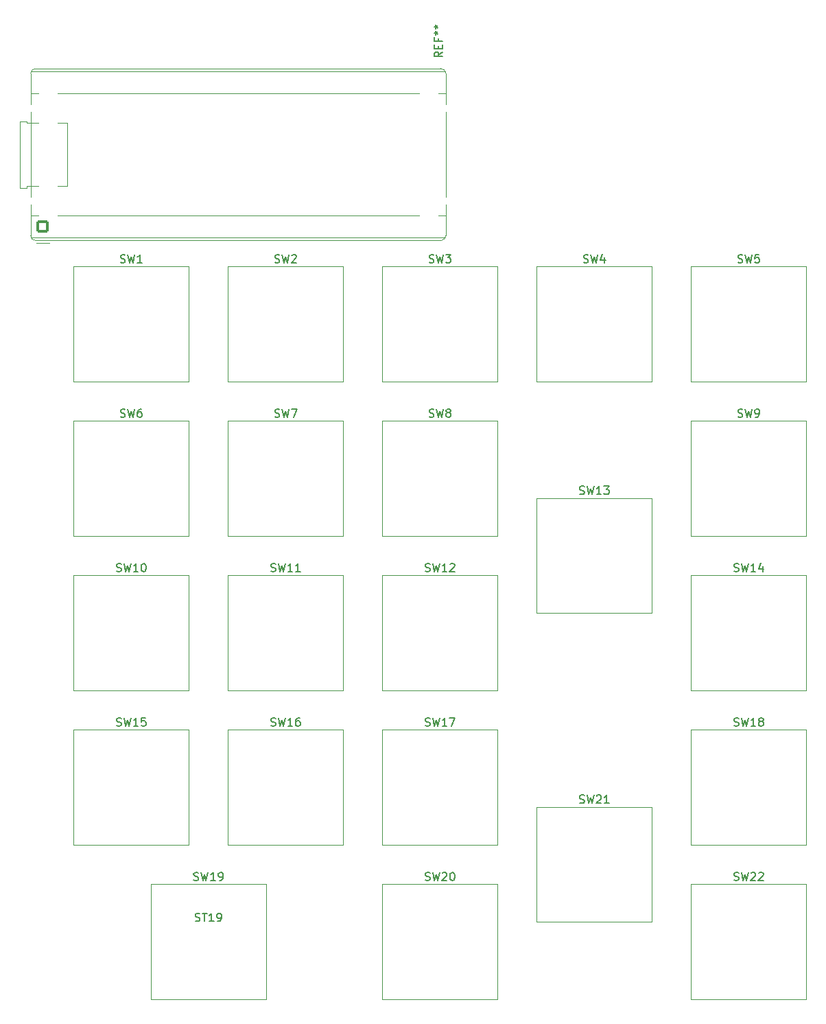
<source format=gto>
%TF.GenerationSoftware,KiCad,Pcbnew,9.0.6*%
%TF.CreationDate,2025-11-16T09:10:10-08:00*%
%TF.ProjectId,MacroPad,4d616372-6f50-4616-942e-6b696361645f,rev?*%
%TF.SameCoordinates,Original*%
%TF.FileFunction,Legend,Top*%
%TF.FilePolarity,Positive*%
%FSLAX46Y46*%
G04 Gerber Fmt 4.6, Leading zero omitted, Abs format (unit mm)*
G04 Created by KiCad (PCBNEW 9.0.6) date 2025-11-16 09:10:10*
%MOMM*%
%LPD*%
G01*
G04 APERTURE LIST*
G04 Aperture macros list*
%AMRoundRect*
0 Rectangle with rounded corners*
0 $1 Rounding radius*
0 $2 $3 $4 $5 $6 $7 $8 $9 X,Y pos of 4 corners*
0 Add a 4 corners polygon primitive as box body*
4,1,4,$2,$3,$4,$5,$6,$7,$8,$9,$2,$3,0*
0 Add four circle primitives for the rounded corners*
1,1,$1+$1,$2,$3*
1,1,$1+$1,$4,$5*
1,1,$1+$1,$6,$7*
1,1,$1+$1,$8,$9*
0 Add four rect primitives between the rounded corners*
20,1,$1+$1,$2,$3,$4,$5,0*
20,1,$1+$1,$4,$5,$6,$7,0*
20,1,$1+$1,$6,$7,$8,$9,0*
20,1,$1+$1,$8,$9,$2,$3,0*%
%AMFreePoly0*
4,1,37,0.000000,0.796148,0.078414,0.796148,0.232228,0.765552,0.377117,0.705537,0.507515,0.618408,0.618408,0.507515,0.705537,0.377117,0.765552,0.232228,0.796148,0.078414,0.796148,-0.078414,0.765552,-0.232228,0.705537,-0.377117,0.618408,-0.507515,0.507515,-0.618408,0.377117,-0.705537,0.232228,-0.765552,0.078414,-0.796148,0.000000,-0.796148,0.000000,-0.800000,-0.600000,-0.800000,
-0.603843,-0.796157,-0.639018,-0.796157,-0.711114,-0.766294,-0.766294,-0.711114,-0.796157,-0.639018,-0.796157,-0.603843,-0.800000,-0.600000,-0.800000,0.600000,-0.796157,0.603843,-0.796157,0.639018,-0.766294,0.711114,-0.711114,0.766294,-0.639018,0.796157,-0.603843,0.796157,-0.600000,0.800000,0.000000,0.800000,0.000000,0.796148,0.000000,0.796148,$1*%
%AMFreePoly1*
4,1,37,0.603843,0.796157,0.639018,0.796157,0.711114,0.766294,0.766294,0.711114,0.796157,0.639018,0.796157,0.603843,0.800000,0.600000,0.800000,-0.600000,0.796157,-0.603843,0.796157,-0.639018,0.766294,-0.711114,0.711114,-0.766294,0.639018,-0.796157,0.603843,-0.796157,0.600000,-0.800000,0.000000,-0.800000,0.000000,-0.796148,-0.078414,-0.796148,-0.232228,-0.765552,-0.377117,-0.705537,
-0.507515,-0.618408,-0.618408,-0.507515,-0.705537,-0.377117,-0.765552,-0.232228,-0.796148,-0.078414,-0.796148,0.078414,-0.765552,0.232228,-0.705537,0.377117,-0.618408,0.507515,-0.507515,0.618408,-0.377117,0.705537,-0.232228,0.765552,-0.078414,0.796148,0.000000,0.796148,0.000000,0.800000,0.600000,0.800000,0.603843,0.796157,0.603843,0.796157,$1*%
G04 Aperture macros list end*
%ADD10C,0.150000*%
%ADD11C,0.120000*%
%ADD12C,1.750000*%
%ADD13C,3.050000*%
%ADD14C,4.000000*%
%ADD15C,3.048000*%
%ADD16C,3.987800*%
%ADD17C,2.200000*%
%ADD18C,1.600000*%
%ADD19FreePoly0,90.000000*%
%ADD20FreePoly1,90.000000*%
%ADD21RoundRect,0.200000X0.600000X-0.600000X0.600000X0.600000X-0.600000X0.600000X-0.600000X-0.600000X0*%
G04 APERTURE END LIST*
D10*
X76585476Y-130807200D02*
X76728333Y-130854819D01*
X76728333Y-130854819D02*
X76966428Y-130854819D01*
X76966428Y-130854819D02*
X77061666Y-130807200D01*
X77061666Y-130807200D02*
X77109285Y-130759580D01*
X77109285Y-130759580D02*
X77156904Y-130664342D01*
X77156904Y-130664342D02*
X77156904Y-130569104D01*
X77156904Y-130569104D02*
X77109285Y-130473866D01*
X77109285Y-130473866D02*
X77061666Y-130426247D01*
X77061666Y-130426247D02*
X76966428Y-130378628D01*
X76966428Y-130378628D02*
X76775952Y-130331009D01*
X76775952Y-130331009D02*
X76680714Y-130283390D01*
X76680714Y-130283390D02*
X76633095Y-130235771D01*
X76633095Y-130235771D02*
X76585476Y-130140533D01*
X76585476Y-130140533D02*
X76585476Y-130045295D01*
X76585476Y-130045295D02*
X76633095Y-129950057D01*
X76633095Y-129950057D02*
X76680714Y-129902438D01*
X76680714Y-129902438D02*
X76775952Y-129854819D01*
X76775952Y-129854819D02*
X77014047Y-129854819D01*
X77014047Y-129854819D02*
X77156904Y-129902438D01*
X77490238Y-129854819D02*
X77728333Y-130854819D01*
X77728333Y-130854819D02*
X77918809Y-130140533D01*
X77918809Y-130140533D02*
X78109285Y-130854819D01*
X78109285Y-130854819D02*
X78347381Y-129854819D01*
X79252142Y-130854819D02*
X78680714Y-130854819D01*
X78966428Y-130854819D02*
X78966428Y-129854819D01*
X78966428Y-129854819D02*
X78871190Y-129997676D01*
X78871190Y-129997676D02*
X78775952Y-130092914D01*
X78775952Y-130092914D02*
X78680714Y-130140533D01*
X80109285Y-129854819D02*
X79918809Y-129854819D01*
X79918809Y-129854819D02*
X79823571Y-129902438D01*
X79823571Y-129902438D02*
X79775952Y-129950057D01*
X79775952Y-129950057D02*
X79680714Y-130092914D01*
X79680714Y-130092914D02*
X79633095Y-130283390D01*
X79633095Y-130283390D02*
X79633095Y-130664342D01*
X79633095Y-130664342D02*
X79680714Y-130759580D01*
X79680714Y-130759580D02*
X79728333Y-130807200D01*
X79728333Y-130807200D02*
X79823571Y-130854819D01*
X79823571Y-130854819D02*
X80014047Y-130854819D01*
X80014047Y-130854819D02*
X80109285Y-130807200D01*
X80109285Y-130807200D02*
X80156904Y-130759580D01*
X80156904Y-130759580D02*
X80204523Y-130664342D01*
X80204523Y-130664342D02*
X80204523Y-130426247D01*
X80204523Y-130426247D02*
X80156904Y-130331009D01*
X80156904Y-130331009D02*
X80109285Y-130283390D01*
X80109285Y-130283390D02*
X80014047Y-130235771D01*
X80014047Y-130235771D02*
X79823571Y-130235771D01*
X79823571Y-130235771D02*
X79728333Y-130283390D01*
X79728333Y-130283390D02*
X79680714Y-130331009D01*
X79680714Y-130331009D02*
X79633095Y-130426247D01*
X67250952Y-154907200D02*
X67393809Y-154954819D01*
X67393809Y-154954819D02*
X67631904Y-154954819D01*
X67631904Y-154954819D02*
X67727142Y-154907200D01*
X67727142Y-154907200D02*
X67774761Y-154859580D01*
X67774761Y-154859580D02*
X67822380Y-154764342D01*
X67822380Y-154764342D02*
X67822380Y-154669104D01*
X67822380Y-154669104D02*
X67774761Y-154573866D01*
X67774761Y-154573866D02*
X67727142Y-154526247D01*
X67727142Y-154526247D02*
X67631904Y-154478628D01*
X67631904Y-154478628D02*
X67441428Y-154431009D01*
X67441428Y-154431009D02*
X67346190Y-154383390D01*
X67346190Y-154383390D02*
X67298571Y-154335771D01*
X67298571Y-154335771D02*
X67250952Y-154240533D01*
X67250952Y-154240533D02*
X67250952Y-154145295D01*
X67250952Y-154145295D02*
X67298571Y-154050057D01*
X67298571Y-154050057D02*
X67346190Y-154002438D01*
X67346190Y-154002438D02*
X67441428Y-153954819D01*
X67441428Y-153954819D02*
X67679523Y-153954819D01*
X67679523Y-153954819D02*
X67822380Y-154002438D01*
X68108095Y-153954819D02*
X68679523Y-153954819D01*
X68393809Y-154954819D02*
X68393809Y-153954819D01*
X69536666Y-154954819D02*
X68965238Y-154954819D01*
X69250952Y-154954819D02*
X69250952Y-153954819D01*
X69250952Y-153954819D02*
X69155714Y-154097676D01*
X69155714Y-154097676D02*
X69060476Y-154192914D01*
X69060476Y-154192914D02*
X68965238Y-154240533D01*
X70012857Y-154954819D02*
X70203333Y-154954819D01*
X70203333Y-154954819D02*
X70298571Y-154907200D01*
X70298571Y-154907200D02*
X70346190Y-154859580D01*
X70346190Y-154859580D02*
X70441428Y-154716723D01*
X70441428Y-154716723D02*
X70489047Y-154526247D01*
X70489047Y-154526247D02*
X70489047Y-154145295D01*
X70489047Y-154145295D02*
X70441428Y-154050057D01*
X70441428Y-154050057D02*
X70393809Y-154002438D01*
X70393809Y-154002438D02*
X70298571Y-153954819D01*
X70298571Y-153954819D02*
X70108095Y-153954819D01*
X70108095Y-153954819D02*
X70012857Y-154002438D01*
X70012857Y-154002438D02*
X69965238Y-154050057D01*
X69965238Y-154050057D02*
X69917619Y-154145295D01*
X69917619Y-154145295D02*
X69917619Y-154383390D01*
X69917619Y-154383390D02*
X69965238Y-154478628D01*
X69965238Y-154478628D02*
X70012857Y-154526247D01*
X70012857Y-154526247D02*
X70108095Y-154573866D01*
X70108095Y-154573866D02*
X70298571Y-154573866D01*
X70298571Y-154573866D02*
X70393809Y-154526247D01*
X70393809Y-154526247D02*
X70441428Y-154478628D01*
X70441428Y-154478628D02*
X70489047Y-154383390D01*
X58011667Y-92707200D02*
X58154524Y-92754819D01*
X58154524Y-92754819D02*
X58392619Y-92754819D01*
X58392619Y-92754819D02*
X58487857Y-92707200D01*
X58487857Y-92707200D02*
X58535476Y-92659580D01*
X58535476Y-92659580D02*
X58583095Y-92564342D01*
X58583095Y-92564342D02*
X58583095Y-92469104D01*
X58583095Y-92469104D02*
X58535476Y-92373866D01*
X58535476Y-92373866D02*
X58487857Y-92326247D01*
X58487857Y-92326247D02*
X58392619Y-92278628D01*
X58392619Y-92278628D02*
X58202143Y-92231009D01*
X58202143Y-92231009D02*
X58106905Y-92183390D01*
X58106905Y-92183390D02*
X58059286Y-92135771D01*
X58059286Y-92135771D02*
X58011667Y-92040533D01*
X58011667Y-92040533D02*
X58011667Y-91945295D01*
X58011667Y-91945295D02*
X58059286Y-91850057D01*
X58059286Y-91850057D02*
X58106905Y-91802438D01*
X58106905Y-91802438D02*
X58202143Y-91754819D01*
X58202143Y-91754819D02*
X58440238Y-91754819D01*
X58440238Y-91754819D02*
X58583095Y-91802438D01*
X58916429Y-91754819D02*
X59154524Y-92754819D01*
X59154524Y-92754819D02*
X59345000Y-92040533D01*
X59345000Y-92040533D02*
X59535476Y-92754819D01*
X59535476Y-92754819D02*
X59773572Y-91754819D01*
X60583095Y-91754819D02*
X60392619Y-91754819D01*
X60392619Y-91754819D02*
X60297381Y-91802438D01*
X60297381Y-91802438D02*
X60249762Y-91850057D01*
X60249762Y-91850057D02*
X60154524Y-91992914D01*
X60154524Y-91992914D02*
X60106905Y-92183390D01*
X60106905Y-92183390D02*
X60106905Y-92564342D01*
X60106905Y-92564342D02*
X60154524Y-92659580D01*
X60154524Y-92659580D02*
X60202143Y-92707200D01*
X60202143Y-92707200D02*
X60297381Y-92754819D01*
X60297381Y-92754819D02*
X60487857Y-92754819D01*
X60487857Y-92754819D02*
X60583095Y-92707200D01*
X60583095Y-92707200D02*
X60630714Y-92659580D01*
X60630714Y-92659580D02*
X60678333Y-92564342D01*
X60678333Y-92564342D02*
X60678333Y-92326247D01*
X60678333Y-92326247D02*
X60630714Y-92231009D01*
X60630714Y-92231009D02*
X60583095Y-92183390D01*
X60583095Y-92183390D02*
X60487857Y-92135771D01*
X60487857Y-92135771D02*
X60297381Y-92135771D01*
X60297381Y-92135771D02*
X60202143Y-92183390D01*
X60202143Y-92183390D02*
X60154524Y-92231009D01*
X60154524Y-92231009D02*
X60106905Y-92326247D01*
X57535476Y-130807200D02*
X57678333Y-130854819D01*
X57678333Y-130854819D02*
X57916428Y-130854819D01*
X57916428Y-130854819D02*
X58011666Y-130807200D01*
X58011666Y-130807200D02*
X58059285Y-130759580D01*
X58059285Y-130759580D02*
X58106904Y-130664342D01*
X58106904Y-130664342D02*
X58106904Y-130569104D01*
X58106904Y-130569104D02*
X58059285Y-130473866D01*
X58059285Y-130473866D02*
X58011666Y-130426247D01*
X58011666Y-130426247D02*
X57916428Y-130378628D01*
X57916428Y-130378628D02*
X57725952Y-130331009D01*
X57725952Y-130331009D02*
X57630714Y-130283390D01*
X57630714Y-130283390D02*
X57583095Y-130235771D01*
X57583095Y-130235771D02*
X57535476Y-130140533D01*
X57535476Y-130140533D02*
X57535476Y-130045295D01*
X57535476Y-130045295D02*
X57583095Y-129950057D01*
X57583095Y-129950057D02*
X57630714Y-129902438D01*
X57630714Y-129902438D02*
X57725952Y-129854819D01*
X57725952Y-129854819D02*
X57964047Y-129854819D01*
X57964047Y-129854819D02*
X58106904Y-129902438D01*
X58440238Y-129854819D02*
X58678333Y-130854819D01*
X58678333Y-130854819D02*
X58868809Y-130140533D01*
X58868809Y-130140533D02*
X59059285Y-130854819D01*
X59059285Y-130854819D02*
X59297381Y-129854819D01*
X60202142Y-130854819D02*
X59630714Y-130854819D01*
X59916428Y-130854819D02*
X59916428Y-129854819D01*
X59916428Y-129854819D02*
X59821190Y-129997676D01*
X59821190Y-129997676D02*
X59725952Y-130092914D01*
X59725952Y-130092914D02*
X59630714Y-130140533D01*
X61106904Y-129854819D02*
X60630714Y-129854819D01*
X60630714Y-129854819D02*
X60583095Y-130331009D01*
X60583095Y-130331009D02*
X60630714Y-130283390D01*
X60630714Y-130283390D02*
X60725952Y-130235771D01*
X60725952Y-130235771D02*
X60964047Y-130235771D01*
X60964047Y-130235771D02*
X61059285Y-130283390D01*
X61059285Y-130283390D02*
X61106904Y-130331009D01*
X61106904Y-130331009D02*
X61154523Y-130426247D01*
X61154523Y-130426247D02*
X61154523Y-130664342D01*
X61154523Y-130664342D02*
X61106904Y-130759580D01*
X61106904Y-130759580D02*
X61059285Y-130807200D01*
X61059285Y-130807200D02*
X60964047Y-130854819D01*
X60964047Y-130854819D02*
X60725952Y-130854819D01*
X60725952Y-130854819D02*
X60630714Y-130807200D01*
X60630714Y-130807200D02*
X60583095Y-130759580D01*
X58011667Y-73657200D02*
X58154524Y-73704819D01*
X58154524Y-73704819D02*
X58392619Y-73704819D01*
X58392619Y-73704819D02*
X58487857Y-73657200D01*
X58487857Y-73657200D02*
X58535476Y-73609580D01*
X58535476Y-73609580D02*
X58583095Y-73514342D01*
X58583095Y-73514342D02*
X58583095Y-73419104D01*
X58583095Y-73419104D02*
X58535476Y-73323866D01*
X58535476Y-73323866D02*
X58487857Y-73276247D01*
X58487857Y-73276247D02*
X58392619Y-73228628D01*
X58392619Y-73228628D02*
X58202143Y-73181009D01*
X58202143Y-73181009D02*
X58106905Y-73133390D01*
X58106905Y-73133390D02*
X58059286Y-73085771D01*
X58059286Y-73085771D02*
X58011667Y-72990533D01*
X58011667Y-72990533D02*
X58011667Y-72895295D01*
X58011667Y-72895295D02*
X58059286Y-72800057D01*
X58059286Y-72800057D02*
X58106905Y-72752438D01*
X58106905Y-72752438D02*
X58202143Y-72704819D01*
X58202143Y-72704819D02*
X58440238Y-72704819D01*
X58440238Y-72704819D02*
X58583095Y-72752438D01*
X58916429Y-72704819D02*
X59154524Y-73704819D01*
X59154524Y-73704819D02*
X59345000Y-72990533D01*
X59345000Y-72990533D02*
X59535476Y-73704819D01*
X59535476Y-73704819D02*
X59773572Y-72704819D01*
X60678333Y-73704819D02*
X60106905Y-73704819D01*
X60392619Y-73704819D02*
X60392619Y-72704819D01*
X60392619Y-72704819D02*
X60297381Y-72847676D01*
X60297381Y-72847676D02*
X60202143Y-72942914D01*
X60202143Y-72942914D02*
X60106905Y-72990533D01*
X95635476Y-111757200D02*
X95778333Y-111804819D01*
X95778333Y-111804819D02*
X96016428Y-111804819D01*
X96016428Y-111804819D02*
X96111666Y-111757200D01*
X96111666Y-111757200D02*
X96159285Y-111709580D01*
X96159285Y-111709580D02*
X96206904Y-111614342D01*
X96206904Y-111614342D02*
X96206904Y-111519104D01*
X96206904Y-111519104D02*
X96159285Y-111423866D01*
X96159285Y-111423866D02*
X96111666Y-111376247D01*
X96111666Y-111376247D02*
X96016428Y-111328628D01*
X96016428Y-111328628D02*
X95825952Y-111281009D01*
X95825952Y-111281009D02*
X95730714Y-111233390D01*
X95730714Y-111233390D02*
X95683095Y-111185771D01*
X95683095Y-111185771D02*
X95635476Y-111090533D01*
X95635476Y-111090533D02*
X95635476Y-110995295D01*
X95635476Y-110995295D02*
X95683095Y-110900057D01*
X95683095Y-110900057D02*
X95730714Y-110852438D01*
X95730714Y-110852438D02*
X95825952Y-110804819D01*
X95825952Y-110804819D02*
X96064047Y-110804819D01*
X96064047Y-110804819D02*
X96206904Y-110852438D01*
X96540238Y-110804819D02*
X96778333Y-111804819D01*
X96778333Y-111804819D02*
X96968809Y-111090533D01*
X96968809Y-111090533D02*
X97159285Y-111804819D01*
X97159285Y-111804819D02*
X97397381Y-110804819D01*
X98302142Y-111804819D02*
X97730714Y-111804819D01*
X98016428Y-111804819D02*
X98016428Y-110804819D01*
X98016428Y-110804819D02*
X97921190Y-110947676D01*
X97921190Y-110947676D02*
X97825952Y-111042914D01*
X97825952Y-111042914D02*
X97730714Y-111090533D01*
X98683095Y-110900057D02*
X98730714Y-110852438D01*
X98730714Y-110852438D02*
X98825952Y-110804819D01*
X98825952Y-110804819D02*
X99064047Y-110804819D01*
X99064047Y-110804819D02*
X99159285Y-110852438D01*
X99159285Y-110852438D02*
X99206904Y-110900057D01*
X99206904Y-110900057D02*
X99254523Y-110995295D01*
X99254523Y-110995295D02*
X99254523Y-111090533D01*
X99254523Y-111090533D02*
X99206904Y-111233390D01*
X99206904Y-111233390D02*
X98635476Y-111804819D01*
X98635476Y-111804819D02*
X99254523Y-111804819D01*
X114685476Y-140332200D02*
X114828333Y-140379819D01*
X114828333Y-140379819D02*
X115066428Y-140379819D01*
X115066428Y-140379819D02*
X115161666Y-140332200D01*
X115161666Y-140332200D02*
X115209285Y-140284580D01*
X115209285Y-140284580D02*
X115256904Y-140189342D01*
X115256904Y-140189342D02*
X115256904Y-140094104D01*
X115256904Y-140094104D02*
X115209285Y-139998866D01*
X115209285Y-139998866D02*
X115161666Y-139951247D01*
X115161666Y-139951247D02*
X115066428Y-139903628D01*
X115066428Y-139903628D02*
X114875952Y-139856009D01*
X114875952Y-139856009D02*
X114780714Y-139808390D01*
X114780714Y-139808390D02*
X114733095Y-139760771D01*
X114733095Y-139760771D02*
X114685476Y-139665533D01*
X114685476Y-139665533D02*
X114685476Y-139570295D01*
X114685476Y-139570295D02*
X114733095Y-139475057D01*
X114733095Y-139475057D02*
X114780714Y-139427438D01*
X114780714Y-139427438D02*
X114875952Y-139379819D01*
X114875952Y-139379819D02*
X115114047Y-139379819D01*
X115114047Y-139379819D02*
X115256904Y-139427438D01*
X115590238Y-139379819D02*
X115828333Y-140379819D01*
X115828333Y-140379819D02*
X116018809Y-139665533D01*
X116018809Y-139665533D02*
X116209285Y-140379819D01*
X116209285Y-140379819D02*
X116447381Y-139379819D01*
X116780714Y-139475057D02*
X116828333Y-139427438D01*
X116828333Y-139427438D02*
X116923571Y-139379819D01*
X116923571Y-139379819D02*
X117161666Y-139379819D01*
X117161666Y-139379819D02*
X117256904Y-139427438D01*
X117256904Y-139427438D02*
X117304523Y-139475057D01*
X117304523Y-139475057D02*
X117352142Y-139570295D01*
X117352142Y-139570295D02*
X117352142Y-139665533D01*
X117352142Y-139665533D02*
X117304523Y-139808390D01*
X117304523Y-139808390D02*
X116733095Y-140379819D01*
X116733095Y-140379819D02*
X117352142Y-140379819D01*
X118304523Y-140379819D02*
X117733095Y-140379819D01*
X118018809Y-140379819D02*
X118018809Y-139379819D01*
X118018809Y-139379819D02*
X117923571Y-139522676D01*
X117923571Y-139522676D02*
X117828333Y-139617914D01*
X117828333Y-139617914D02*
X117733095Y-139665533D01*
X133735476Y-130807200D02*
X133878333Y-130854819D01*
X133878333Y-130854819D02*
X134116428Y-130854819D01*
X134116428Y-130854819D02*
X134211666Y-130807200D01*
X134211666Y-130807200D02*
X134259285Y-130759580D01*
X134259285Y-130759580D02*
X134306904Y-130664342D01*
X134306904Y-130664342D02*
X134306904Y-130569104D01*
X134306904Y-130569104D02*
X134259285Y-130473866D01*
X134259285Y-130473866D02*
X134211666Y-130426247D01*
X134211666Y-130426247D02*
X134116428Y-130378628D01*
X134116428Y-130378628D02*
X133925952Y-130331009D01*
X133925952Y-130331009D02*
X133830714Y-130283390D01*
X133830714Y-130283390D02*
X133783095Y-130235771D01*
X133783095Y-130235771D02*
X133735476Y-130140533D01*
X133735476Y-130140533D02*
X133735476Y-130045295D01*
X133735476Y-130045295D02*
X133783095Y-129950057D01*
X133783095Y-129950057D02*
X133830714Y-129902438D01*
X133830714Y-129902438D02*
X133925952Y-129854819D01*
X133925952Y-129854819D02*
X134164047Y-129854819D01*
X134164047Y-129854819D02*
X134306904Y-129902438D01*
X134640238Y-129854819D02*
X134878333Y-130854819D01*
X134878333Y-130854819D02*
X135068809Y-130140533D01*
X135068809Y-130140533D02*
X135259285Y-130854819D01*
X135259285Y-130854819D02*
X135497381Y-129854819D01*
X136402142Y-130854819D02*
X135830714Y-130854819D01*
X136116428Y-130854819D02*
X136116428Y-129854819D01*
X136116428Y-129854819D02*
X136021190Y-129997676D01*
X136021190Y-129997676D02*
X135925952Y-130092914D01*
X135925952Y-130092914D02*
X135830714Y-130140533D01*
X136973571Y-130283390D02*
X136878333Y-130235771D01*
X136878333Y-130235771D02*
X136830714Y-130188152D01*
X136830714Y-130188152D02*
X136783095Y-130092914D01*
X136783095Y-130092914D02*
X136783095Y-130045295D01*
X136783095Y-130045295D02*
X136830714Y-129950057D01*
X136830714Y-129950057D02*
X136878333Y-129902438D01*
X136878333Y-129902438D02*
X136973571Y-129854819D01*
X136973571Y-129854819D02*
X137164047Y-129854819D01*
X137164047Y-129854819D02*
X137259285Y-129902438D01*
X137259285Y-129902438D02*
X137306904Y-129950057D01*
X137306904Y-129950057D02*
X137354523Y-130045295D01*
X137354523Y-130045295D02*
X137354523Y-130092914D01*
X137354523Y-130092914D02*
X137306904Y-130188152D01*
X137306904Y-130188152D02*
X137259285Y-130235771D01*
X137259285Y-130235771D02*
X137164047Y-130283390D01*
X137164047Y-130283390D02*
X136973571Y-130283390D01*
X136973571Y-130283390D02*
X136878333Y-130331009D01*
X136878333Y-130331009D02*
X136830714Y-130378628D01*
X136830714Y-130378628D02*
X136783095Y-130473866D01*
X136783095Y-130473866D02*
X136783095Y-130664342D01*
X136783095Y-130664342D02*
X136830714Y-130759580D01*
X136830714Y-130759580D02*
X136878333Y-130807200D01*
X136878333Y-130807200D02*
X136973571Y-130854819D01*
X136973571Y-130854819D02*
X137164047Y-130854819D01*
X137164047Y-130854819D02*
X137259285Y-130807200D01*
X137259285Y-130807200D02*
X137306904Y-130759580D01*
X137306904Y-130759580D02*
X137354523Y-130664342D01*
X137354523Y-130664342D02*
X137354523Y-130473866D01*
X137354523Y-130473866D02*
X137306904Y-130378628D01*
X137306904Y-130378628D02*
X137259285Y-130331009D01*
X137259285Y-130331009D02*
X137164047Y-130283390D01*
X77061667Y-73657200D02*
X77204524Y-73704819D01*
X77204524Y-73704819D02*
X77442619Y-73704819D01*
X77442619Y-73704819D02*
X77537857Y-73657200D01*
X77537857Y-73657200D02*
X77585476Y-73609580D01*
X77585476Y-73609580D02*
X77633095Y-73514342D01*
X77633095Y-73514342D02*
X77633095Y-73419104D01*
X77633095Y-73419104D02*
X77585476Y-73323866D01*
X77585476Y-73323866D02*
X77537857Y-73276247D01*
X77537857Y-73276247D02*
X77442619Y-73228628D01*
X77442619Y-73228628D02*
X77252143Y-73181009D01*
X77252143Y-73181009D02*
X77156905Y-73133390D01*
X77156905Y-73133390D02*
X77109286Y-73085771D01*
X77109286Y-73085771D02*
X77061667Y-72990533D01*
X77061667Y-72990533D02*
X77061667Y-72895295D01*
X77061667Y-72895295D02*
X77109286Y-72800057D01*
X77109286Y-72800057D02*
X77156905Y-72752438D01*
X77156905Y-72752438D02*
X77252143Y-72704819D01*
X77252143Y-72704819D02*
X77490238Y-72704819D01*
X77490238Y-72704819D02*
X77633095Y-72752438D01*
X77966429Y-72704819D02*
X78204524Y-73704819D01*
X78204524Y-73704819D02*
X78395000Y-72990533D01*
X78395000Y-72990533D02*
X78585476Y-73704819D01*
X78585476Y-73704819D02*
X78823572Y-72704819D01*
X79156905Y-72800057D02*
X79204524Y-72752438D01*
X79204524Y-72752438D02*
X79299762Y-72704819D01*
X79299762Y-72704819D02*
X79537857Y-72704819D01*
X79537857Y-72704819D02*
X79633095Y-72752438D01*
X79633095Y-72752438D02*
X79680714Y-72800057D01*
X79680714Y-72800057D02*
X79728333Y-72895295D01*
X79728333Y-72895295D02*
X79728333Y-72990533D01*
X79728333Y-72990533D02*
X79680714Y-73133390D01*
X79680714Y-73133390D02*
X79109286Y-73704819D01*
X79109286Y-73704819D02*
X79728333Y-73704819D01*
X67060476Y-149857200D02*
X67203333Y-149904819D01*
X67203333Y-149904819D02*
X67441428Y-149904819D01*
X67441428Y-149904819D02*
X67536666Y-149857200D01*
X67536666Y-149857200D02*
X67584285Y-149809580D01*
X67584285Y-149809580D02*
X67631904Y-149714342D01*
X67631904Y-149714342D02*
X67631904Y-149619104D01*
X67631904Y-149619104D02*
X67584285Y-149523866D01*
X67584285Y-149523866D02*
X67536666Y-149476247D01*
X67536666Y-149476247D02*
X67441428Y-149428628D01*
X67441428Y-149428628D02*
X67250952Y-149381009D01*
X67250952Y-149381009D02*
X67155714Y-149333390D01*
X67155714Y-149333390D02*
X67108095Y-149285771D01*
X67108095Y-149285771D02*
X67060476Y-149190533D01*
X67060476Y-149190533D02*
X67060476Y-149095295D01*
X67060476Y-149095295D02*
X67108095Y-149000057D01*
X67108095Y-149000057D02*
X67155714Y-148952438D01*
X67155714Y-148952438D02*
X67250952Y-148904819D01*
X67250952Y-148904819D02*
X67489047Y-148904819D01*
X67489047Y-148904819D02*
X67631904Y-148952438D01*
X67965238Y-148904819D02*
X68203333Y-149904819D01*
X68203333Y-149904819D02*
X68393809Y-149190533D01*
X68393809Y-149190533D02*
X68584285Y-149904819D01*
X68584285Y-149904819D02*
X68822381Y-148904819D01*
X69727142Y-149904819D02*
X69155714Y-149904819D01*
X69441428Y-149904819D02*
X69441428Y-148904819D01*
X69441428Y-148904819D02*
X69346190Y-149047676D01*
X69346190Y-149047676D02*
X69250952Y-149142914D01*
X69250952Y-149142914D02*
X69155714Y-149190533D01*
X70203333Y-149904819D02*
X70393809Y-149904819D01*
X70393809Y-149904819D02*
X70489047Y-149857200D01*
X70489047Y-149857200D02*
X70536666Y-149809580D01*
X70536666Y-149809580D02*
X70631904Y-149666723D01*
X70631904Y-149666723D02*
X70679523Y-149476247D01*
X70679523Y-149476247D02*
X70679523Y-149095295D01*
X70679523Y-149095295D02*
X70631904Y-149000057D01*
X70631904Y-149000057D02*
X70584285Y-148952438D01*
X70584285Y-148952438D02*
X70489047Y-148904819D01*
X70489047Y-148904819D02*
X70298571Y-148904819D01*
X70298571Y-148904819D02*
X70203333Y-148952438D01*
X70203333Y-148952438D02*
X70155714Y-149000057D01*
X70155714Y-149000057D02*
X70108095Y-149095295D01*
X70108095Y-149095295D02*
X70108095Y-149333390D01*
X70108095Y-149333390D02*
X70155714Y-149428628D01*
X70155714Y-149428628D02*
X70203333Y-149476247D01*
X70203333Y-149476247D02*
X70298571Y-149523866D01*
X70298571Y-149523866D02*
X70489047Y-149523866D01*
X70489047Y-149523866D02*
X70584285Y-149476247D01*
X70584285Y-149476247D02*
X70631904Y-149428628D01*
X70631904Y-149428628D02*
X70679523Y-149333390D01*
X95635476Y-130807200D02*
X95778333Y-130854819D01*
X95778333Y-130854819D02*
X96016428Y-130854819D01*
X96016428Y-130854819D02*
X96111666Y-130807200D01*
X96111666Y-130807200D02*
X96159285Y-130759580D01*
X96159285Y-130759580D02*
X96206904Y-130664342D01*
X96206904Y-130664342D02*
X96206904Y-130569104D01*
X96206904Y-130569104D02*
X96159285Y-130473866D01*
X96159285Y-130473866D02*
X96111666Y-130426247D01*
X96111666Y-130426247D02*
X96016428Y-130378628D01*
X96016428Y-130378628D02*
X95825952Y-130331009D01*
X95825952Y-130331009D02*
X95730714Y-130283390D01*
X95730714Y-130283390D02*
X95683095Y-130235771D01*
X95683095Y-130235771D02*
X95635476Y-130140533D01*
X95635476Y-130140533D02*
X95635476Y-130045295D01*
X95635476Y-130045295D02*
X95683095Y-129950057D01*
X95683095Y-129950057D02*
X95730714Y-129902438D01*
X95730714Y-129902438D02*
X95825952Y-129854819D01*
X95825952Y-129854819D02*
X96064047Y-129854819D01*
X96064047Y-129854819D02*
X96206904Y-129902438D01*
X96540238Y-129854819D02*
X96778333Y-130854819D01*
X96778333Y-130854819D02*
X96968809Y-130140533D01*
X96968809Y-130140533D02*
X97159285Y-130854819D01*
X97159285Y-130854819D02*
X97397381Y-129854819D01*
X98302142Y-130854819D02*
X97730714Y-130854819D01*
X98016428Y-130854819D02*
X98016428Y-129854819D01*
X98016428Y-129854819D02*
X97921190Y-129997676D01*
X97921190Y-129997676D02*
X97825952Y-130092914D01*
X97825952Y-130092914D02*
X97730714Y-130140533D01*
X98635476Y-129854819D02*
X99302142Y-129854819D01*
X99302142Y-129854819D02*
X98873571Y-130854819D01*
X134211667Y-73657200D02*
X134354524Y-73704819D01*
X134354524Y-73704819D02*
X134592619Y-73704819D01*
X134592619Y-73704819D02*
X134687857Y-73657200D01*
X134687857Y-73657200D02*
X134735476Y-73609580D01*
X134735476Y-73609580D02*
X134783095Y-73514342D01*
X134783095Y-73514342D02*
X134783095Y-73419104D01*
X134783095Y-73419104D02*
X134735476Y-73323866D01*
X134735476Y-73323866D02*
X134687857Y-73276247D01*
X134687857Y-73276247D02*
X134592619Y-73228628D01*
X134592619Y-73228628D02*
X134402143Y-73181009D01*
X134402143Y-73181009D02*
X134306905Y-73133390D01*
X134306905Y-73133390D02*
X134259286Y-73085771D01*
X134259286Y-73085771D02*
X134211667Y-72990533D01*
X134211667Y-72990533D02*
X134211667Y-72895295D01*
X134211667Y-72895295D02*
X134259286Y-72800057D01*
X134259286Y-72800057D02*
X134306905Y-72752438D01*
X134306905Y-72752438D02*
X134402143Y-72704819D01*
X134402143Y-72704819D02*
X134640238Y-72704819D01*
X134640238Y-72704819D02*
X134783095Y-72752438D01*
X135116429Y-72704819D02*
X135354524Y-73704819D01*
X135354524Y-73704819D02*
X135545000Y-72990533D01*
X135545000Y-72990533D02*
X135735476Y-73704819D01*
X135735476Y-73704819D02*
X135973572Y-72704819D01*
X136830714Y-72704819D02*
X136354524Y-72704819D01*
X136354524Y-72704819D02*
X136306905Y-73181009D01*
X136306905Y-73181009D02*
X136354524Y-73133390D01*
X136354524Y-73133390D02*
X136449762Y-73085771D01*
X136449762Y-73085771D02*
X136687857Y-73085771D01*
X136687857Y-73085771D02*
X136783095Y-73133390D01*
X136783095Y-73133390D02*
X136830714Y-73181009D01*
X136830714Y-73181009D02*
X136878333Y-73276247D01*
X136878333Y-73276247D02*
X136878333Y-73514342D01*
X136878333Y-73514342D02*
X136830714Y-73609580D01*
X136830714Y-73609580D02*
X136783095Y-73657200D01*
X136783095Y-73657200D02*
X136687857Y-73704819D01*
X136687857Y-73704819D02*
X136449762Y-73704819D01*
X136449762Y-73704819D02*
X136354524Y-73657200D01*
X136354524Y-73657200D02*
X136306905Y-73609580D01*
X76585476Y-111757200D02*
X76728333Y-111804819D01*
X76728333Y-111804819D02*
X76966428Y-111804819D01*
X76966428Y-111804819D02*
X77061666Y-111757200D01*
X77061666Y-111757200D02*
X77109285Y-111709580D01*
X77109285Y-111709580D02*
X77156904Y-111614342D01*
X77156904Y-111614342D02*
X77156904Y-111519104D01*
X77156904Y-111519104D02*
X77109285Y-111423866D01*
X77109285Y-111423866D02*
X77061666Y-111376247D01*
X77061666Y-111376247D02*
X76966428Y-111328628D01*
X76966428Y-111328628D02*
X76775952Y-111281009D01*
X76775952Y-111281009D02*
X76680714Y-111233390D01*
X76680714Y-111233390D02*
X76633095Y-111185771D01*
X76633095Y-111185771D02*
X76585476Y-111090533D01*
X76585476Y-111090533D02*
X76585476Y-110995295D01*
X76585476Y-110995295D02*
X76633095Y-110900057D01*
X76633095Y-110900057D02*
X76680714Y-110852438D01*
X76680714Y-110852438D02*
X76775952Y-110804819D01*
X76775952Y-110804819D02*
X77014047Y-110804819D01*
X77014047Y-110804819D02*
X77156904Y-110852438D01*
X77490238Y-110804819D02*
X77728333Y-111804819D01*
X77728333Y-111804819D02*
X77918809Y-111090533D01*
X77918809Y-111090533D02*
X78109285Y-111804819D01*
X78109285Y-111804819D02*
X78347381Y-110804819D01*
X79252142Y-111804819D02*
X78680714Y-111804819D01*
X78966428Y-111804819D02*
X78966428Y-110804819D01*
X78966428Y-110804819D02*
X78871190Y-110947676D01*
X78871190Y-110947676D02*
X78775952Y-111042914D01*
X78775952Y-111042914D02*
X78680714Y-111090533D01*
X80204523Y-111804819D02*
X79633095Y-111804819D01*
X79918809Y-111804819D02*
X79918809Y-110804819D01*
X79918809Y-110804819D02*
X79823571Y-110947676D01*
X79823571Y-110947676D02*
X79728333Y-111042914D01*
X79728333Y-111042914D02*
X79633095Y-111090533D01*
X77061667Y-92707200D02*
X77204524Y-92754819D01*
X77204524Y-92754819D02*
X77442619Y-92754819D01*
X77442619Y-92754819D02*
X77537857Y-92707200D01*
X77537857Y-92707200D02*
X77585476Y-92659580D01*
X77585476Y-92659580D02*
X77633095Y-92564342D01*
X77633095Y-92564342D02*
X77633095Y-92469104D01*
X77633095Y-92469104D02*
X77585476Y-92373866D01*
X77585476Y-92373866D02*
X77537857Y-92326247D01*
X77537857Y-92326247D02*
X77442619Y-92278628D01*
X77442619Y-92278628D02*
X77252143Y-92231009D01*
X77252143Y-92231009D02*
X77156905Y-92183390D01*
X77156905Y-92183390D02*
X77109286Y-92135771D01*
X77109286Y-92135771D02*
X77061667Y-92040533D01*
X77061667Y-92040533D02*
X77061667Y-91945295D01*
X77061667Y-91945295D02*
X77109286Y-91850057D01*
X77109286Y-91850057D02*
X77156905Y-91802438D01*
X77156905Y-91802438D02*
X77252143Y-91754819D01*
X77252143Y-91754819D02*
X77490238Y-91754819D01*
X77490238Y-91754819D02*
X77633095Y-91802438D01*
X77966429Y-91754819D02*
X78204524Y-92754819D01*
X78204524Y-92754819D02*
X78395000Y-92040533D01*
X78395000Y-92040533D02*
X78585476Y-92754819D01*
X78585476Y-92754819D02*
X78823572Y-91754819D01*
X79109286Y-91754819D02*
X79775952Y-91754819D01*
X79775952Y-91754819D02*
X79347381Y-92754819D01*
X97769819Y-47704292D02*
X97293628Y-48037625D01*
X97769819Y-48275720D02*
X96769819Y-48275720D01*
X96769819Y-48275720D02*
X96769819Y-47894768D01*
X96769819Y-47894768D02*
X96817438Y-47799530D01*
X96817438Y-47799530D02*
X96865057Y-47751911D01*
X96865057Y-47751911D02*
X96960295Y-47704292D01*
X96960295Y-47704292D02*
X97103152Y-47704292D01*
X97103152Y-47704292D02*
X97198390Y-47751911D01*
X97198390Y-47751911D02*
X97246009Y-47799530D01*
X97246009Y-47799530D02*
X97293628Y-47894768D01*
X97293628Y-47894768D02*
X97293628Y-48275720D01*
X97246009Y-47275720D02*
X97246009Y-46942387D01*
X97769819Y-46799530D02*
X97769819Y-47275720D01*
X97769819Y-47275720D02*
X96769819Y-47275720D01*
X96769819Y-47275720D02*
X96769819Y-46799530D01*
X97246009Y-46037625D02*
X97246009Y-46370958D01*
X97769819Y-46370958D02*
X96769819Y-46370958D01*
X96769819Y-46370958D02*
X96769819Y-45894768D01*
X96769819Y-45370958D02*
X97007914Y-45370958D01*
X96912676Y-45609053D02*
X97007914Y-45370958D01*
X97007914Y-45370958D02*
X96912676Y-45132863D01*
X97198390Y-45513815D02*
X97007914Y-45370958D01*
X97007914Y-45370958D02*
X97198390Y-45228101D01*
X96769819Y-44609053D02*
X97007914Y-44609053D01*
X96912676Y-44847148D02*
X97007914Y-44609053D01*
X97007914Y-44609053D02*
X96912676Y-44370958D01*
X97198390Y-44751910D02*
X97007914Y-44609053D01*
X97007914Y-44609053D02*
X97198390Y-44466196D01*
X115161667Y-73657200D02*
X115304524Y-73704819D01*
X115304524Y-73704819D02*
X115542619Y-73704819D01*
X115542619Y-73704819D02*
X115637857Y-73657200D01*
X115637857Y-73657200D02*
X115685476Y-73609580D01*
X115685476Y-73609580D02*
X115733095Y-73514342D01*
X115733095Y-73514342D02*
X115733095Y-73419104D01*
X115733095Y-73419104D02*
X115685476Y-73323866D01*
X115685476Y-73323866D02*
X115637857Y-73276247D01*
X115637857Y-73276247D02*
X115542619Y-73228628D01*
X115542619Y-73228628D02*
X115352143Y-73181009D01*
X115352143Y-73181009D02*
X115256905Y-73133390D01*
X115256905Y-73133390D02*
X115209286Y-73085771D01*
X115209286Y-73085771D02*
X115161667Y-72990533D01*
X115161667Y-72990533D02*
X115161667Y-72895295D01*
X115161667Y-72895295D02*
X115209286Y-72800057D01*
X115209286Y-72800057D02*
X115256905Y-72752438D01*
X115256905Y-72752438D02*
X115352143Y-72704819D01*
X115352143Y-72704819D02*
X115590238Y-72704819D01*
X115590238Y-72704819D02*
X115733095Y-72752438D01*
X116066429Y-72704819D02*
X116304524Y-73704819D01*
X116304524Y-73704819D02*
X116495000Y-72990533D01*
X116495000Y-72990533D02*
X116685476Y-73704819D01*
X116685476Y-73704819D02*
X116923572Y-72704819D01*
X117733095Y-73038152D02*
X117733095Y-73704819D01*
X117495000Y-72657200D02*
X117256905Y-73371485D01*
X117256905Y-73371485D02*
X117875952Y-73371485D01*
X57535476Y-111757200D02*
X57678333Y-111804819D01*
X57678333Y-111804819D02*
X57916428Y-111804819D01*
X57916428Y-111804819D02*
X58011666Y-111757200D01*
X58011666Y-111757200D02*
X58059285Y-111709580D01*
X58059285Y-111709580D02*
X58106904Y-111614342D01*
X58106904Y-111614342D02*
X58106904Y-111519104D01*
X58106904Y-111519104D02*
X58059285Y-111423866D01*
X58059285Y-111423866D02*
X58011666Y-111376247D01*
X58011666Y-111376247D02*
X57916428Y-111328628D01*
X57916428Y-111328628D02*
X57725952Y-111281009D01*
X57725952Y-111281009D02*
X57630714Y-111233390D01*
X57630714Y-111233390D02*
X57583095Y-111185771D01*
X57583095Y-111185771D02*
X57535476Y-111090533D01*
X57535476Y-111090533D02*
X57535476Y-110995295D01*
X57535476Y-110995295D02*
X57583095Y-110900057D01*
X57583095Y-110900057D02*
X57630714Y-110852438D01*
X57630714Y-110852438D02*
X57725952Y-110804819D01*
X57725952Y-110804819D02*
X57964047Y-110804819D01*
X57964047Y-110804819D02*
X58106904Y-110852438D01*
X58440238Y-110804819D02*
X58678333Y-111804819D01*
X58678333Y-111804819D02*
X58868809Y-111090533D01*
X58868809Y-111090533D02*
X59059285Y-111804819D01*
X59059285Y-111804819D02*
X59297381Y-110804819D01*
X60202142Y-111804819D02*
X59630714Y-111804819D01*
X59916428Y-111804819D02*
X59916428Y-110804819D01*
X59916428Y-110804819D02*
X59821190Y-110947676D01*
X59821190Y-110947676D02*
X59725952Y-111042914D01*
X59725952Y-111042914D02*
X59630714Y-111090533D01*
X60821190Y-110804819D02*
X60916428Y-110804819D01*
X60916428Y-110804819D02*
X61011666Y-110852438D01*
X61011666Y-110852438D02*
X61059285Y-110900057D01*
X61059285Y-110900057D02*
X61106904Y-110995295D01*
X61106904Y-110995295D02*
X61154523Y-111185771D01*
X61154523Y-111185771D02*
X61154523Y-111423866D01*
X61154523Y-111423866D02*
X61106904Y-111614342D01*
X61106904Y-111614342D02*
X61059285Y-111709580D01*
X61059285Y-111709580D02*
X61011666Y-111757200D01*
X61011666Y-111757200D02*
X60916428Y-111804819D01*
X60916428Y-111804819D02*
X60821190Y-111804819D01*
X60821190Y-111804819D02*
X60725952Y-111757200D01*
X60725952Y-111757200D02*
X60678333Y-111709580D01*
X60678333Y-111709580D02*
X60630714Y-111614342D01*
X60630714Y-111614342D02*
X60583095Y-111423866D01*
X60583095Y-111423866D02*
X60583095Y-111185771D01*
X60583095Y-111185771D02*
X60630714Y-110995295D01*
X60630714Y-110995295D02*
X60678333Y-110900057D01*
X60678333Y-110900057D02*
X60725952Y-110852438D01*
X60725952Y-110852438D02*
X60821190Y-110804819D01*
X133735476Y-111757200D02*
X133878333Y-111804819D01*
X133878333Y-111804819D02*
X134116428Y-111804819D01*
X134116428Y-111804819D02*
X134211666Y-111757200D01*
X134211666Y-111757200D02*
X134259285Y-111709580D01*
X134259285Y-111709580D02*
X134306904Y-111614342D01*
X134306904Y-111614342D02*
X134306904Y-111519104D01*
X134306904Y-111519104D02*
X134259285Y-111423866D01*
X134259285Y-111423866D02*
X134211666Y-111376247D01*
X134211666Y-111376247D02*
X134116428Y-111328628D01*
X134116428Y-111328628D02*
X133925952Y-111281009D01*
X133925952Y-111281009D02*
X133830714Y-111233390D01*
X133830714Y-111233390D02*
X133783095Y-111185771D01*
X133783095Y-111185771D02*
X133735476Y-111090533D01*
X133735476Y-111090533D02*
X133735476Y-110995295D01*
X133735476Y-110995295D02*
X133783095Y-110900057D01*
X133783095Y-110900057D02*
X133830714Y-110852438D01*
X133830714Y-110852438D02*
X133925952Y-110804819D01*
X133925952Y-110804819D02*
X134164047Y-110804819D01*
X134164047Y-110804819D02*
X134306904Y-110852438D01*
X134640238Y-110804819D02*
X134878333Y-111804819D01*
X134878333Y-111804819D02*
X135068809Y-111090533D01*
X135068809Y-111090533D02*
X135259285Y-111804819D01*
X135259285Y-111804819D02*
X135497381Y-110804819D01*
X136402142Y-111804819D02*
X135830714Y-111804819D01*
X136116428Y-111804819D02*
X136116428Y-110804819D01*
X136116428Y-110804819D02*
X136021190Y-110947676D01*
X136021190Y-110947676D02*
X135925952Y-111042914D01*
X135925952Y-111042914D02*
X135830714Y-111090533D01*
X137259285Y-111138152D02*
X137259285Y-111804819D01*
X137021190Y-110757200D02*
X136783095Y-111471485D01*
X136783095Y-111471485D02*
X137402142Y-111471485D01*
X114685476Y-102232200D02*
X114828333Y-102279819D01*
X114828333Y-102279819D02*
X115066428Y-102279819D01*
X115066428Y-102279819D02*
X115161666Y-102232200D01*
X115161666Y-102232200D02*
X115209285Y-102184580D01*
X115209285Y-102184580D02*
X115256904Y-102089342D01*
X115256904Y-102089342D02*
X115256904Y-101994104D01*
X115256904Y-101994104D02*
X115209285Y-101898866D01*
X115209285Y-101898866D02*
X115161666Y-101851247D01*
X115161666Y-101851247D02*
X115066428Y-101803628D01*
X115066428Y-101803628D02*
X114875952Y-101756009D01*
X114875952Y-101756009D02*
X114780714Y-101708390D01*
X114780714Y-101708390D02*
X114733095Y-101660771D01*
X114733095Y-101660771D02*
X114685476Y-101565533D01*
X114685476Y-101565533D02*
X114685476Y-101470295D01*
X114685476Y-101470295D02*
X114733095Y-101375057D01*
X114733095Y-101375057D02*
X114780714Y-101327438D01*
X114780714Y-101327438D02*
X114875952Y-101279819D01*
X114875952Y-101279819D02*
X115114047Y-101279819D01*
X115114047Y-101279819D02*
X115256904Y-101327438D01*
X115590238Y-101279819D02*
X115828333Y-102279819D01*
X115828333Y-102279819D02*
X116018809Y-101565533D01*
X116018809Y-101565533D02*
X116209285Y-102279819D01*
X116209285Y-102279819D02*
X116447381Y-101279819D01*
X117352142Y-102279819D02*
X116780714Y-102279819D01*
X117066428Y-102279819D02*
X117066428Y-101279819D01*
X117066428Y-101279819D02*
X116971190Y-101422676D01*
X116971190Y-101422676D02*
X116875952Y-101517914D01*
X116875952Y-101517914D02*
X116780714Y-101565533D01*
X117685476Y-101279819D02*
X118304523Y-101279819D01*
X118304523Y-101279819D02*
X117971190Y-101660771D01*
X117971190Y-101660771D02*
X118114047Y-101660771D01*
X118114047Y-101660771D02*
X118209285Y-101708390D01*
X118209285Y-101708390D02*
X118256904Y-101756009D01*
X118256904Y-101756009D02*
X118304523Y-101851247D01*
X118304523Y-101851247D02*
X118304523Y-102089342D01*
X118304523Y-102089342D02*
X118256904Y-102184580D01*
X118256904Y-102184580D02*
X118209285Y-102232200D01*
X118209285Y-102232200D02*
X118114047Y-102279819D01*
X118114047Y-102279819D02*
X117828333Y-102279819D01*
X117828333Y-102279819D02*
X117733095Y-102232200D01*
X117733095Y-102232200D02*
X117685476Y-102184580D01*
X96111667Y-73657200D02*
X96254524Y-73704819D01*
X96254524Y-73704819D02*
X96492619Y-73704819D01*
X96492619Y-73704819D02*
X96587857Y-73657200D01*
X96587857Y-73657200D02*
X96635476Y-73609580D01*
X96635476Y-73609580D02*
X96683095Y-73514342D01*
X96683095Y-73514342D02*
X96683095Y-73419104D01*
X96683095Y-73419104D02*
X96635476Y-73323866D01*
X96635476Y-73323866D02*
X96587857Y-73276247D01*
X96587857Y-73276247D02*
X96492619Y-73228628D01*
X96492619Y-73228628D02*
X96302143Y-73181009D01*
X96302143Y-73181009D02*
X96206905Y-73133390D01*
X96206905Y-73133390D02*
X96159286Y-73085771D01*
X96159286Y-73085771D02*
X96111667Y-72990533D01*
X96111667Y-72990533D02*
X96111667Y-72895295D01*
X96111667Y-72895295D02*
X96159286Y-72800057D01*
X96159286Y-72800057D02*
X96206905Y-72752438D01*
X96206905Y-72752438D02*
X96302143Y-72704819D01*
X96302143Y-72704819D02*
X96540238Y-72704819D01*
X96540238Y-72704819D02*
X96683095Y-72752438D01*
X97016429Y-72704819D02*
X97254524Y-73704819D01*
X97254524Y-73704819D02*
X97445000Y-72990533D01*
X97445000Y-72990533D02*
X97635476Y-73704819D01*
X97635476Y-73704819D02*
X97873572Y-72704819D01*
X98159286Y-72704819D02*
X98778333Y-72704819D01*
X98778333Y-72704819D02*
X98445000Y-73085771D01*
X98445000Y-73085771D02*
X98587857Y-73085771D01*
X98587857Y-73085771D02*
X98683095Y-73133390D01*
X98683095Y-73133390D02*
X98730714Y-73181009D01*
X98730714Y-73181009D02*
X98778333Y-73276247D01*
X98778333Y-73276247D02*
X98778333Y-73514342D01*
X98778333Y-73514342D02*
X98730714Y-73609580D01*
X98730714Y-73609580D02*
X98683095Y-73657200D01*
X98683095Y-73657200D02*
X98587857Y-73704819D01*
X98587857Y-73704819D02*
X98302143Y-73704819D01*
X98302143Y-73704819D02*
X98206905Y-73657200D01*
X98206905Y-73657200D02*
X98159286Y-73609580D01*
X95635476Y-149857200D02*
X95778333Y-149904819D01*
X95778333Y-149904819D02*
X96016428Y-149904819D01*
X96016428Y-149904819D02*
X96111666Y-149857200D01*
X96111666Y-149857200D02*
X96159285Y-149809580D01*
X96159285Y-149809580D02*
X96206904Y-149714342D01*
X96206904Y-149714342D02*
X96206904Y-149619104D01*
X96206904Y-149619104D02*
X96159285Y-149523866D01*
X96159285Y-149523866D02*
X96111666Y-149476247D01*
X96111666Y-149476247D02*
X96016428Y-149428628D01*
X96016428Y-149428628D02*
X95825952Y-149381009D01*
X95825952Y-149381009D02*
X95730714Y-149333390D01*
X95730714Y-149333390D02*
X95683095Y-149285771D01*
X95683095Y-149285771D02*
X95635476Y-149190533D01*
X95635476Y-149190533D02*
X95635476Y-149095295D01*
X95635476Y-149095295D02*
X95683095Y-149000057D01*
X95683095Y-149000057D02*
X95730714Y-148952438D01*
X95730714Y-148952438D02*
X95825952Y-148904819D01*
X95825952Y-148904819D02*
X96064047Y-148904819D01*
X96064047Y-148904819D02*
X96206904Y-148952438D01*
X96540238Y-148904819D02*
X96778333Y-149904819D01*
X96778333Y-149904819D02*
X96968809Y-149190533D01*
X96968809Y-149190533D02*
X97159285Y-149904819D01*
X97159285Y-149904819D02*
X97397381Y-148904819D01*
X97730714Y-149000057D02*
X97778333Y-148952438D01*
X97778333Y-148952438D02*
X97873571Y-148904819D01*
X97873571Y-148904819D02*
X98111666Y-148904819D01*
X98111666Y-148904819D02*
X98206904Y-148952438D01*
X98206904Y-148952438D02*
X98254523Y-149000057D01*
X98254523Y-149000057D02*
X98302142Y-149095295D01*
X98302142Y-149095295D02*
X98302142Y-149190533D01*
X98302142Y-149190533D02*
X98254523Y-149333390D01*
X98254523Y-149333390D02*
X97683095Y-149904819D01*
X97683095Y-149904819D02*
X98302142Y-149904819D01*
X98921190Y-148904819D02*
X99016428Y-148904819D01*
X99016428Y-148904819D02*
X99111666Y-148952438D01*
X99111666Y-148952438D02*
X99159285Y-149000057D01*
X99159285Y-149000057D02*
X99206904Y-149095295D01*
X99206904Y-149095295D02*
X99254523Y-149285771D01*
X99254523Y-149285771D02*
X99254523Y-149523866D01*
X99254523Y-149523866D02*
X99206904Y-149714342D01*
X99206904Y-149714342D02*
X99159285Y-149809580D01*
X99159285Y-149809580D02*
X99111666Y-149857200D01*
X99111666Y-149857200D02*
X99016428Y-149904819D01*
X99016428Y-149904819D02*
X98921190Y-149904819D01*
X98921190Y-149904819D02*
X98825952Y-149857200D01*
X98825952Y-149857200D02*
X98778333Y-149809580D01*
X98778333Y-149809580D02*
X98730714Y-149714342D01*
X98730714Y-149714342D02*
X98683095Y-149523866D01*
X98683095Y-149523866D02*
X98683095Y-149285771D01*
X98683095Y-149285771D02*
X98730714Y-149095295D01*
X98730714Y-149095295D02*
X98778333Y-149000057D01*
X98778333Y-149000057D02*
X98825952Y-148952438D01*
X98825952Y-148952438D02*
X98921190Y-148904819D01*
X96111667Y-92707200D02*
X96254524Y-92754819D01*
X96254524Y-92754819D02*
X96492619Y-92754819D01*
X96492619Y-92754819D02*
X96587857Y-92707200D01*
X96587857Y-92707200D02*
X96635476Y-92659580D01*
X96635476Y-92659580D02*
X96683095Y-92564342D01*
X96683095Y-92564342D02*
X96683095Y-92469104D01*
X96683095Y-92469104D02*
X96635476Y-92373866D01*
X96635476Y-92373866D02*
X96587857Y-92326247D01*
X96587857Y-92326247D02*
X96492619Y-92278628D01*
X96492619Y-92278628D02*
X96302143Y-92231009D01*
X96302143Y-92231009D02*
X96206905Y-92183390D01*
X96206905Y-92183390D02*
X96159286Y-92135771D01*
X96159286Y-92135771D02*
X96111667Y-92040533D01*
X96111667Y-92040533D02*
X96111667Y-91945295D01*
X96111667Y-91945295D02*
X96159286Y-91850057D01*
X96159286Y-91850057D02*
X96206905Y-91802438D01*
X96206905Y-91802438D02*
X96302143Y-91754819D01*
X96302143Y-91754819D02*
X96540238Y-91754819D01*
X96540238Y-91754819D02*
X96683095Y-91802438D01*
X97016429Y-91754819D02*
X97254524Y-92754819D01*
X97254524Y-92754819D02*
X97445000Y-92040533D01*
X97445000Y-92040533D02*
X97635476Y-92754819D01*
X97635476Y-92754819D02*
X97873572Y-91754819D01*
X98397381Y-92183390D02*
X98302143Y-92135771D01*
X98302143Y-92135771D02*
X98254524Y-92088152D01*
X98254524Y-92088152D02*
X98206905Y-91992914D01*
X98206905Y-91992914D02*
X98206905Y-91945295D01*
X98206905Y-91945295D02*
X98254524Y-91850057D01*
X98254524Y-91850057D02*
X98302143Y-91802438D01*
X98302143Y-91802438D02*
X98397381Y-91754819D01*
X98397381Y-91754819D02*
X98587857Y-91754819D01*
X98587857Y-91754819D02*
X98683095Y-91802438D01*
X98683095Y-91802438D02*
X98730714Y-91850057D01*
X98730714Y-91850057D02*
X98778333Y-91945295D01*
X98778333Y-91945295D02*
X98778333Y-91992914D01*
X98778333Y-91992914D02*
X98730714Y-92088152D01*
X98730714Y-92088152D02*
X98683095Y-92135771D01*
X98683095Y-92135771D02*
X98587857Y-92183390D01*
X98587857Y-92183390D02*
X98397381Y-92183390D01*
X98397381Y-92183390D02*
X98302143Y-92231009D01*
X98302143Y-92231009D02*
X98254524Y-92278628D01*
X98254524Y-92278628D02*
X98206905Y-92373866D01*
X98206905Y-92373866D02*
X98206905Y-92564342D01*
X98206905Y-92564342D02*
X98254524Y-92659580D01*
X98254524Y-92659580D02*
X98302143Y-92707200D01*
X98302143Y-92707200D02*
X98397381Y-92754819D01*
X98397381Y-92754819D02*
X98587857Y-92754819D01*
X98587857Y-92754819D02*
X98683095Y-92707200D01*
X98683095Y-92707200D02*
X98730714Y-92659580D01*
X98730714Y-92659580D02*
X98778333Y-92564342D01*
X98778333Y-92564342D02*
X98778333Y-92373866D01*
X98778333Y-92373866D02*
X98730714Y-92278628D01*
X98730714Y-92278628D02*
X98683095Y-92231009D01*
X98683095Y-92231009D02*
X98587857Y-92183390D01*
X133735476Y-149857200D02*
X133878333Y-149904819D01*
X133878333Y-149904819D02*
X134116428Y-149904819D01*
X134116428Y-149904819D02*
X134211666Y-149857200D01*
X134211666Y-149857200D02*
X134259285Y-149809580D01*
X134259285Y-149809580D02*
X134306904Y-149714342D01*
X134306904Y-149714342D02*
X134306904Y-149619104D01*
X134306904Y-149619104D02*
X134259285Y-149523866D01*
X134259285Y-149523866D02*
X134211666Y-149476247D01*
X134211666Y-149476247D02*
X134116428Y-149428628D01*
X134116428Y-149428628D02*
X133925952Y-149381009D01*
X133925952Y-149381009D02*
X133830714Y-149333390D01*
X133830714Y-149333390D02*
X133783095Y-149285771D01*
X133783095Y-149285771D02*
X133735476Y-149190533D01*
X133735476Y-149190533D02*
X133735476Y-149095295D01*
X133735476Y-149095295D02*
X133783095Y-149000057D01*
X133783095Y-149000057D02*
X133830714Y-148952438D01*
X133830714Y-148952438D02*
X133925952Y-148904819D01*
X133925952Y-148904819D02*
X134164047Y-148904819D01*
X134164047Y-148904819D02*
X134306904Y-148952438D01*
X134640238Y-148904819D02*
X134878333Y-149904819D01*
X134878333Y-149904819D02*
X135068809Y-149190533D01*
X135068809Y-149190533D02*
X135259285Y-149904819D01*
X135259285Y-149904819D02*
X135497381Y-148904819D01*
X135830714Y-149000057D02*
X135878333Y-148952438D01*
X135878333Y-148952438D02*
X135973571Y-148904819D01*
X135973571Y-148904819D02*
X136211666Y-148904819D01*
X136211666Y-148904819D02*
X136306904Y-148952438D01*
X136306904Y-148952438D02*
X136354523Y-149000057D01*
X136354523Y-149000057D02*
X136402142Y-149095295D01*
X136402142Y-149095295D02*
X136402142Y-149190533D01*
X136402142Y-149190533D02*
X136354523Y-149333390D01*
X136354523Y-149333390D02*
X135783095Y-149904819D01*
X135783095Y-149904819D02*
X136402142Y-149904819D01*
X136783095Y-149000057D02*
X136830714Y-148952438D01*
X136830714Y-148952438D02*
X136925952Y-148904819D01*
X136925952Y-148904819D02*
X137164047Y-148904819D01*
X137164047Y-148904819D02*
X137259285Y-148952438D01*
X137259285Y-148952438D02*
X137306904Y-149000057D01*
X137306904Y-149000057D02*
X137354523Y-149095295D01*
X137354523Y-149095295D02*
X137354523Y-149190533D01*
X137354523Y-149190533D02*
X137306904Y-149333390D01*
X137306904Y-149333390D02*
X136735476Y-149904819D01*
X136735476Y-149904819D02*
X137354523Y-149904819D01*
X134211667Y-92707200D02*
X134354524Y-92754819D01*
X134354524Y-92754819D02*
X134592619Y-92754819D01*
X134592619Y-92754819D02*
X134687857Y-92707200D01*
X134687857Y-92707200D02*
X134735476Y-92659580D01*
X134735476Y-92659580D02*
X134783095Y-92564342D01*
X134783095Y-92564342D02*
X134783095Y-92469104D01*
X134783095Y-92469104D02*
X134735476Y-92373866D01*
X134735476Y-92373866D02*
X134687857Y-92326247D01*
X134687857Y-92326247D02*
X134592619Y-92278628D01*
X134592619Y-92278628D02*
X134402143Y-92231009D01*
X134402143Y-92231009D02*
X134306905Y-92183390D01*
X134306905Y-92183390D02*
X134259286Y-92135771D01*
X134259286Y-92135771D02*
X134211667Y-92040533D01*
X134211667Y-92040533D02*
X134211667Y-91945295D01*
X134211667Y-91945295D02*
X134259286Y-91850057D01*
X134259286Y-91850057D02*
X134306905Y-91802438D01*
X134306905Y-91802438D02*
X134402143Y-91754819D01*
X134402143Y-91754819D02*
X134640238Y-91754819D01*
X134640238Y-91754819D02*
X134783095Y-91802438D01*
X135116429Y-91754819D02*
X135354524Y-92754819D01*
X135354524Y-92754819D02*
X135545000Y-92040533D01*
X135545000Y-92040533D02*
X135735476Y-92754819D01*
X135735476Y-92754819D02*
X135973572Y-91754819D01*
X136402143Y-92754819D02*
X136592619Y-92754819D01*
X136592619Y-92754819D02*
X136687857Y-92707200D01*
X136687857Y-92707200D02*
X136735476Y-92659580D01*
X136735476Y-92659580D02*
X136830714Y-92516723D01*
X136830714Y-92516723D02*
X136878333Y-92326247D01*
X136878333Y-92326247D02*
X136878333Y-91945295D01*
X136878333Y-91945295D02*
X136830714Y-91850057D01*
X136830714Y-91850057D02*
X136783095Y-91802438D01*
X136783095Y-91802438D02*
X136687857Y-91754819D01*
X136687857Y-91754819D02*
X136497381Y-91754819D01*
X136497381Y-91754819D02*
X136402143Y-91802438D01*
X136402143Y-91802438D02*
X136354524Y-91850057D01*
X136354524Y-91850057D02*
X136306905Y-91945295D01*
X136306905Y-91945295D02*
X136306905Y-92183390D01*
X136306905Y-92183390D02*
X136354524Y-92278628D01*
X136354524Y-92278628D02*
X136402143Y-92326247D01*
X136402143Y-92326247D02*
X136497381Y-92373866D01*
X136497381Y-92373866D02*
X136687857Y-92373866D01*
X136687857Y-92373866D02*
X136783095Y-92326247D01*
X136783095Y-92326247D02*
X136830714Y-92278628D01*
X136830714Y-92278628D02*
X136878333Y-92183390D01*
D11*
%TO.C,SW16*%
X71295000Y-131300000D02*
X71295000Y-145500000D01*
X71295000Y-145500000D02*
X85495000Y-145500000D01*
X85495000Y-131300000D02*
X71295000Y-131300000D01*
X85495000Y-145500000D02*
X85495000Y-131300000D01*
%TO.C,SW6*%
X52245000Y-93200000D02*
X52245000Y-107400000D01*
X52245000Y-107400000D02*
X66445000Y-107400000D01*
X66445000Y-93200000D02*
X52245000Y-93200000D01*
X66445000Y-107400000D02*
X66445000Y-93200000D01*
%TO.C,SW15*%
X52245000Y-131300000D02*
X52245000Y-145500000D01*
X52245000Y-145500000D02*
X66445000Y-145500000D01*
X66445000Y-131300000D02*
X52245000Y-131300000D01*
X66445000Y-145500000D02*
X66445000Y-131300000D01*
%TO.C,SW1*%
X52245000Y-74150000D02*
X52245000Y-88350000D01*
X52245000Y-88350000D02*
X66445000Y-88350000D01*
X66445000Y-74150000D02*
X52245000Y-74150000D01*
X66445000Y-88350000D02*
X66445000Y-74150000D01*
%TO.C,SW12*%
X90345000Y-112250000D02*
X90345000Y-126450000D01*
X90345000Y-126450000D02*
X104545000Y-126450000D01*
X104545000Y-112250000D02*
X90345000Y-112250000D01*
X104545000Y-126450000D02*
X104545000Y-112250000D01*
%TO.C,SW21*%
X109395000Y-140825000D02*
X109395000Y-155025000D01*
X109395000Y-155025000D02*
X123595000Y-155025000D01*
X123595000Y-140825000D02*
X109395000Y-140825000D01*
X123595000Y-155025000D02*
X123595000Y-140825000D01*
%TO.C,SW18*%
X128445000Y-131300000D02*
X128445000Y-145500000D01*
X128445000Y-145500000D02*
X142645000Y-145500000D01*
X142645000Y-131300000D02*
X128445000Y-131300000D01*
X142645000Y-145500000D02*
X142645000Y-131300000D01*
%TO.C,SW2*%
X71295000Y-74150000D02*
X71295000Y-88350000D01*
X71295000Y-88350000D02*
X85495000Y-88350000D01*
X85495000Y-74150000D02*
X71295000Y-74150000D01*
X85495000Y-88350000D02*
X85495000Y-74150000D01*
%TO.C,SW19*%
X61770000Y-150350000D02*
X61770000Y-164550000D01*
X61770000Y-164550000D02*
X75970000Y-164550000D01*
X75970000Y-150350000D02*
X61770000Y-150350000D01*
X75970000Y-164550000D02*
X75970000Y-150350000D01*
%TO.C,SW17*%
X90345000Y-131300000D02*
X90345000Y-145500000D01*
X90345000Y-145500000D02*
X104545000Y-145500000D01*
X104545000Y-131300000D02*
X90345000Y-131300000D01*
X104545000Y-145500000D02*
X104545000Y-131300000D01*
%TO.C,SW5*%
X128445000Y-74150000D02*
X128445000Y-88350000D01*
X128445000Y-88350000D02*
X142645000Y-88350000D01*
X142645000Y-74150000D02*
X128445000Y-74150000D01*
X142645000Y-88350000D02*
X142645000Y-74150000D01*
%TO.C,SW11*%
X71295000Y-112250000D02*
X71295000Y-126450000D01*
X71295000Y-126450000D02*
X85495000Y-126450000D01*
X85495000Y-112250000D02*
X71295000Y-112250000D01*
X85495000Y-126450000D02*
X85495000Y-112250000D01*
%TO.C,SW7*%
X71295000Y-93200000D02*
X71295000Y-107400000D01*
X71295000Y-107400000D02*
X85495000Y-107400000D01*
X85495000Y-93200000D02*
X71295000Y-93200000D01*
X85495000Y-107400000D02*
X85495000Y-93200000D01*
%TO.C,REF\u002A\u002A*%
X45640000Y-56250000D02*
X46460000Y-56250000D01*
X45640000Y-64470000D02*
X45640000Y-56250000D01*
X45640000Y-64470000D02*
X46460000Y-64470000D01*
X46460000Y-56250000D02*
X46460000Y-56460000D01*
X46460000Y-56460000D02*
X47856000Y-56460000D01*
X46460000Y-64260000D02*
X47856000Y-64260000D01*
X46460000Y-64470000D02*
X46460000Y-64260000D01*
X46940000Y-50360000D02*
X46940000Y-52850000D01*
X46940000Y-52850000D02*
X47853520Y-52850000D01*
X46940000Y-54197939D02*
X46940000Y-52850000D01*
X46940000Y-56125000D02*
X46940000Y-55122061D01*
X46940000Y-64595000D02*
X46940000Y-56125000D01*
X46940000Y-65597939D02*
X46940000Y-64595000D01*
X46940000Y-67870000D02*
X46940000Y-66522060D01*
X46940000Y-67870000D02*
X47853520Y-67870000D01*
X46940000Y-70360000D02*
X46940000Y-67870000D01*
X47003000Y-70630000D02*
X98097000Y-70630000D01*
X47550000Y-49750000D02*
X97550000Y-49750000D01*
X47550000Y-70970000D02*
X97550000Y-70970000D01*
X49220000Y-71290000D02*
X47620000Y-71290000D01*
X50244000Y-56460000D02*
X51460000Y-56460000D01*
X50244000Y-64260000D02*
X51460000Y-64260000D01*
X50246480Y-52850000D02*
X94853520Y-52850000D01*
X50246480Y-67870000D02*
X94853520Y-67870000D01*
X51460000Y-56460000D02*
X51460000Y-64260000D01*
X97246480Y-52850000D02*
X98160000Y-52850000D01*
X97246480Y-67870000D02*
X98160000Y-67870000D01*
X98097000Y-50090000D02*
X47003000Y-50090000D01*
X98160000Y-54197939D02*
X98160000Y-50360000D01*
X98160000Y-55122061D02*
X98160000Y-56760000D01*
X98160000Y-56760000D02*
X98160000Y-63960000D01*
X98160000Y-63960000D02*
X98160000Y-65597939D01*
X98160000Y-70360000D02*
X98160000Y-66522061D01*
X46940000Y-50360000D02*
G75*
G02*
X47550000Y-49750000I610000J0D01*
G01*
X47550000Y-70970000D02*
G75*
G02*
X46940000Y-70360000I0J610000D01*
G01*
X97550000Y-49750000D02*
G75*
G02*
X98160000Y-50360000I0J-610000D01*
G01*
X98160000Y-70360000D02*
G75*
G02*
X97550000Y-70970000I-609901J-99D01*
G01*
%TO.C,SW4*%
X109395000Y-74150000D02*
X109395000Y-88350000D01*
X109395000Y-88350000D02*
X123595000Y-88350000D01*
X123595000Y-74150000D02*
X109395000Y-74150000D01*
X123595000Y-88350000D02*
X123595000Y-74150000D01*
%TO.C,SW10*%
X52245000Y-112250000D02*
X52245000Y-126450000D01*
X52245000Y-126450000D02*
X66445000Y-126450000D01*
X66445000Y-112250000D02*
X52245000Y-112250000D01*
X66445000Y-126450000D02*
X66445000Y-112250000D01*
%TO.C,SW14*%
X128445000Y-112250000D02*
X128445000Y-126450000D01*
X128445000Y-126450000D02*
X142645000Y-126450000D01*
X142645000Y-112250000D02*
X128445000Y-112250000D01*
X142645000Y-126450000D02*
X142645000Y-112250000D01*
%TO.C,SW13*%
X109395000Y-102725000D02*
X109395000Y-116925000D01*
X109395000Y-116925000D02*
X123595000Y-116925000D01*
X123595000Y-102725000D02*
X109395000Y-102725000D01*
X123595000Y-116925000D02*
X123595000Y-102725000D01*
%TO.C,SW3*%
X90345000Y-74150000D02*
X90345000Y-88350000D01*
X90345000Y-88350000D02*
X104545000Y-88350000D01*
X104545000Y-74150000D02*
X90345000Y-74150000D01*
X104545000Y-88350000D02*
X104545000Y-74150000D01*
%TO.C,SW20*%
X90345000Y-150350000D02*
X90345000Y-164550000D01*
X90345000Y-164550000D02*
X104545000Y-164550000D01*
X104545000Y-150350000D02*
X90345000Y-150350000D01*
X104545000Y-164550000D02*
X104545000Y-150350000D01*
%TO.C,SW8*%
X90345000Y-93200000D02*
X90345000Y-107400000D01*
X90345000Y-107400000D02*
X104545000Y-107400000D01*
X104545000Y-93200000D02*
X90345000Y-93200000D01*
X104545000Y-107400000D02*
X104545000Y-93200000D01*
%TO.C,SW22*%
X128445000Y-150350000D02*
X128445000Y-164550000D01*
X128445000Y-164550000D02*
X142645000Y-164550000D01*
X142645000Y-150350000D02*
X128445000Y-150350000D01*
X142645000Y-164550000D02*
X142645000Y-150350000D01*
%TO.C,SW9*%
X128445000Y-93200000D02*
X128445000Y-107400000D01*
X128445000Y-107400000D02*
X142645000Y-107400000D01*
X142645000Y-93200000D02*
X128445000Y-93200000D01*
X142645000Y-107400000D02*
X142645000Y-93200000D01*
%TD*%
%LPC*%
D12*
%TO.C,SW16*%
X73315000Y-138400000D03*
D13*
X74585000Y-135860000D03*
D14*
X78395000Y-138400000D03*
D13*
X80935000Y-133320000D03*
D12*
X83475000Y-138400000D03*
%TD*%
D15*
%TO.C,ST19*%
X56932000Y-150465000D03*
D16*
X56932000Y-165675000D03*
D15*
X80808000Y-150465000D03*
D16*
X80808000Y-165675000D03*
%TD*%
D12*
%TO.C,SW6*%
X54265000Y-100300000D03*
D13*
X55535000Y-97760000D03*
D14*
X59345000Y-100300000D03*
D13*
X61885000Y-95220000D03*
D12*
X64425000Y-100300000D03*
%TD*%
D17*
%TO.C,REF\u002A\u002A*%
X145000000Y-46000000D03*
%TD*%
D12*
%TO.C,SW15*%
X54265000Y-138400000D03*
D13*
X55535000Y-135860000D03*
D14*
X59345000Y-138400000D03*
D13*
X61885000Y-133320000D03*
D12*
X64425000Y-138400000D03*
%TD*%
%TO.C,SW1*%
X54265000Y-81250000D03*
D13*
X55535000Y-78710000D03*
D14*
X59345000Y-81250000D03*
D13*
X61885000Y-76170000D03*
D12*
X64425000Y-81250000D03*
%TD*%
%TO.C,SW12*%
X92365000Y-119350000D03*
D13*
X93635000Y-116810000D03*
D14*
X97445000Y-119350000D03*
D13*
X99985000Y-114270000D03*
D12*
X102525000Y-119350000D03*
%TD*%
%TO.C,SW21*%
X111415000Y-147925000D03*
D13*
X112685000Y-145385000D03*
D14*
X116495000Y-147925000D03*
D13*
X119035000Y-142845000D03*
D12*
X121575000Y-147925000D03*
%TD*%
%TO.C,SW18*%
X130465000Y-138400000D03*
D13*
X131735000Y-135860000D03*
D14*
X135545000Y-138400000D03*
D13*
X138085000Y-133320000D03*
D12*
X140625000Y-138400000D03*
%TD*%
%TO.C,SW2*%
X73315000Y-81250000D03*
D13*
X74585000Y-78710000D03*
D14*
X78395000Y-81250000D03*
D13*
X80935000Y-76170000D03*
D12*
X83475000Y-81250000D03*
%TD*%
D17*
%TO.C,REF\u002A\u002A*%
X145000000Y-167000000D03*
%TD*%
D12*
%TO.C,SW19*%
X63790000Y-157450000D03*
D13*
X65060000Y-154910000D03*
D14*
X68870000Y-157450000D03*
D13*
X71410000Y-152370000D03*
D12*
X73950000Y-157450000D03*
%TD*%
D17*
%TO.C,REF\u002A\u002A*%
X50000000Y-46000000D03*
%TD*%
D12*
%TO.C,SW17*%
X92365000Y-138400000D03*
D13*
X93635000Y-135860000D03*
D14*
X97445000Y-138400000D03*
D13*
X99985000Y-133320000D03*
D12*
X102525000Y-138400000D03*
%TD*%
%TO.C,SW5*%
X130465000Y-81250000D03*
D13*
X131735000Y-78710000D03*
D14*
X135545000Y-81250000D03*
D13*
X138085000Y-76170000D03*
D12*
X140625000Y-81250000D03*
%TD*%
%TO.C,SW11*%
X73315000Y-119350000D03*
D13*
X74585000Y-116810000D03*
D14*
X78395000Y-119350000D03*
D13*
X80935000Y-114270000D03*
D12*
X83475000Y-119350000D03*
%TD*%
%TO.C,SW7*%
X73315000Y-100300000D03*
D13*
X74585000Y-97760000D03*
D14*
X78395000Y-100300000D03*
D13*
X80935000Y-95220000D03*
D12*
X83475000Y-100300000D03*
%TD*%
D18*
%TO.C,REF\u002A\u002A*%
X96680000Y-51470000D03*
X94140000Y-51470000D03*
D19*
X91600000Y-51470000D03*
D18*
X89060000Y-51470000D03*
X86520000Y-51470000D03*
X83980000Y-51470000D03*
X81440000Y-51470000D03*
D19*
X78900000Y-51470000D03*
D18*
X76360000Y-51470000D03*
X71280000Y-51470000D03*
X68740000Y-51470000D03*
D19*
X66200000Y-51470000D03*
D18*
X63660000Y-51470000D03*
X61120000Y-51470000D03*
X58580000Y-51470000D03*
X56040000Y-51470000D03*
D19*
X53500000Y-51470000D03*
D18*
X50960000Y-51470000D03*
X48420000Y-51470000D03*
D20*
X53500000Y-69250000D03*
X66200000Y-69250000D03*
X78900000Y-69250000D03*
X91600000Y-69250000D03*
D21*
X48420000Y-69250000D03*
D18*
X50960000Y-69250000D03*
X56040000Y-69250000D03*
X58580000Y-69250000D03*
X61120000Y-69250000D03*
X63660000Y-69250000D03*
X68740000Y-69250000D03*
X71280000Y-69250000D03*
X73820000Y-69250000D03*
X76360000Y-69250000D03*
X81440000Y-69250000D03*
X83980000Y-69250000D03*
X86520000Y-69250000D03*
X89060000Y-69250000D03*
X94140000Y-69250000D03*
X96680000Y-69250000D03*
X73820000Y-51470000D03*
%TD*%
D12*
%TO.C,SW4*%
X111415000Y-81250000D03*
D13*
X112685000Y-78710000D03*
D14*
X116495000Y-81250000D03*
D13*
X119035000Y-76170000D03*
D12*
X121575000Y-81250000D03*
%TD*%
%TO.C,SW10*%
X54265000Y-119350000D03*
D13*
X55535000Y-116810000D03*
D14*
X59345000Y-119350000D03*
D13*
X61885000Y-114270000D03*
D12*
X64425000Y-119350000D03*
%TD*%
%TO.C,SW14*%
X130465000Y-119350000D03*
D13*
X131735000Y-116810000D03*
D14*
X135545000Y-119350000D03*
D13*
X138085000Y-114270000D03*
D12*
X140625000Y-119350000D03*
%TD*%
%TO.C,SW13*%
X111415000Y-109825000D03*
D13*
X112685000Y-107285000D03*
D14*
X116495000Y-109825000D03*
D13*
X119035000Y-104745000D03*
D12*
X121575000Y-109825000D03*
%TD*%
%TO.C,SW3*%
X92365000Y-81250000D03*
D13*
X93635000Y-78710000D03*
D14*
X97445000Y-81250000D03*
D13*
X99985000Y-76170000D03*
D12*
X102525000Y-81250000D03*
%TD*%
%TO.C,SW20*%
X92365000Y-157450000D03*
D13*
X93635000Y-154910000D03*
D14*
X97445000Y-157450000D03*
D13*
X99985000Y-152370000D03*
D12*
X102525000Y-157450000D03*
%TD*%
%TO.C,SW8*%
X92365000Y-100300000D03*
D13*
X93635000Y-97760000D03*
D14*
X97445000Y-100300000D03*
D13*
X99985000Y-95220000D03*
D12*
X102525000Y-100300000D03*
%TD*%
%TO.C,SW22*%
X130465000Y-157450000D03*
D13*
X131735000Y-154910000D03*
D14*
X135545000Y-157450000D03*
D13*
X138085000Y-152370000D03*
D12*
X140625000Y-157450000D03*
%TD*%
D17*
%TO.C,REF\u002A\u002A*%
X50000000Y-167000000D03*
%TD*%
D12*
%TO.C,SW9*%
X130465000Y-100300000D03*
D13*
X131735000Y-97760000D03*
D14*
X135545000Y-100300000D03*
D13*
X138085000Y-95220000D03*
D12*
X140625000Y-100300000D03*
%TD*%
%LPD*%
M02*

</source>
